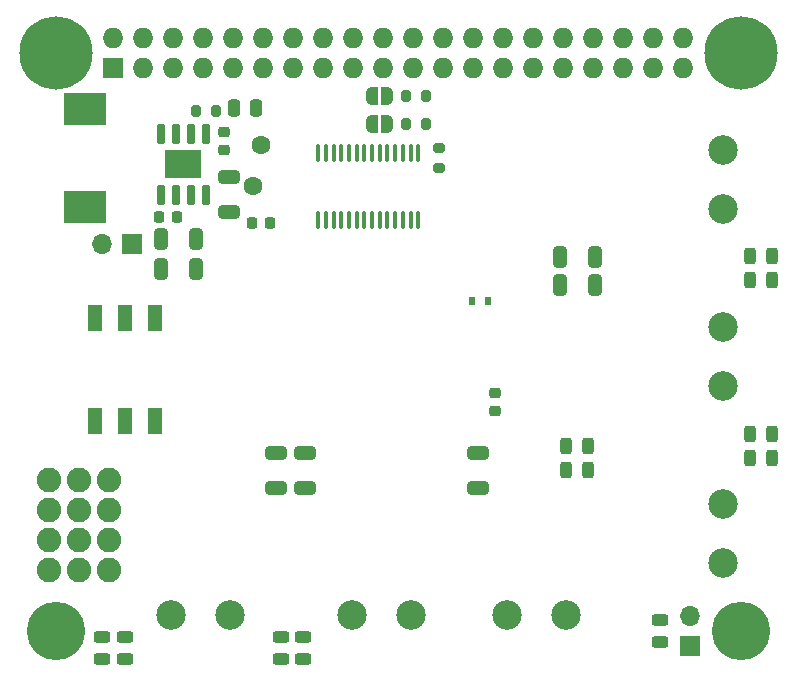
<source format=gbr>
G04 #@! TF.GenerationSoftware,KiCad,Pcbnew,8.0.2+dfsg-1*
G04 #@! TF.CreationDate,2024-06-08T19:17:01+01:00*
G04 #@! TF.ProjectId,owl-driver-board,6f776c2d-6472-4697-9665-722d626f6172,rev?*
G04 #@! TF.SameCoordinates,Original*
G04 #@! TF.FileFunction,Soldermask,Top*
G04 #@! TF.FilePolarity,Negative*
%FSLAX46Y46*%
G04 Gerber Fmt 4.6, Leading zero omitted, Abs format (unit mm)*
G04 Created by KiCad (PCBNEW 8.0.2+dfsg-1) date 2024-06-08 19:17:01*
%MOMM*%
%LPD*%
G01*
G04 APERTURE LIST*
G04 Aperture macros list*
%AMRoundRect*
0 Rectangle with rounded corners*
0 $1 Rounding radius*
0 $2 $3 $4 $5 $6 $7 $8 $9 X,Y pos of 4 corners*
0 Add a 4 corners polygon primitive as box body*
4,1,4,$2,$3,$4,$5,$6,$7,$8,$9,$2,$3,0*
0 Add four circle primitives for the rounded corners*
1,1,$1+$1,$2,$3*
1,1,$1+$1,$4,$5*
1,1,$1+$1,$6,$7*
1,1,$1+$1,$8,$9*
0 Add four rect primitives between the rounded corners*
20,1,$1+$1,$2,$3,$4,$5,0*
20,1,$1+$1,$4,$5,$6,$7,0*
20,1,$1+$1,$6,$7,$8,$9,0*
20,1,$1+$1,$8,$9,$2,$3,0*%
%AMFreePoly0*
4,1,19,0.500000,-0.750000,0.000000,-0.750000,0.000000,-0.744911,-0.071157,-0.744911,-0.207708,-0.704816,-0.327430,-0.627875,-0.420627,-0.520320,-0.479746,-0.390866,-0.500000,-0.250000,-0.500000,0.250000,-0.479746,0.390866,-0.420627,0.520320,-0.327430,0.627875,-0.207708,0.704816,-0.071157,0.744911,0.000000,0.744911,0.000000,0.750000,0.500000,0.750000,0.500000,-0.750000,0.500000,-0.750000,
$1*%
%AMFreePoly1*
4,1,19,0.000000,0.744911,0.071157,0.744911,0.207708,0.704816,0.327430,0.627875,0.420627,0.520320,0.479746,0.390866,0.500000,0.250000,0.500000,-0.250000,0.479746,-0.390866,0.420627,-0.520320,0.327430,-0.627875,0.207708,-0.704816,0.071157,-0.744911,0.000000,-0.744911,0.000000,-0.750000,-0.500000,-0.750000,-0.500000,0.750000,0.000000,0.750000,0.000000,0.744911,0.000000,0.744911,
$1*%
G04 Aperture macros list end*
%ADD10C,6.200000*%
%ADD11C,4.950000*%
%ADD12R,1.727200X1.727200*%
%ADD13O,1.727200X1.727200*%
%ADD14C,2.082800*%
%ADD15RoundRect,0.243750X0.456250X-0.243750X0.456250X0.243750X-0.456250X0.243750X-0.456250X-0.243750X0*%
%ADD16RoundRect,0.250000X-0.650000X0.325000X-0.650000X-0.325000X0.650000X-0.325000X0.650000X0.325000X0*%
%ADD17RoundRect,0.243750X0.243750X0.456250X-0.243750X0.456250X-0.243750X-0.456250X0.243750X-0.456250X0*%
%ADD18RoundRect,0.250000X0.650000X-0.325000X0.650000X0.325000X-0.650000X0.325000X-0.650000X-0.325000X0*%
%ADD19C,2.500000*%
%ADD20R,3.600000X2.700000*%
%ADD21FreePoly0,0.000000*%
%ADD22FreePoly1,0.000000*%
%ADD23RoundRect,0.225000X-0.250000X0.225000X-0.250000X-0.225000X0.250000X-0.225000X0.250000X0.225000X0*%
%ADD24RoundRect,0.250000X-0.325000X-0.650000X0.325000X-0.650000X0.325000X0.650000X-0.325000X0.650000X0*%
%ADD25R,1.700000X1.700000*%
%ADD26O,1.700000X1.700000*%
%ADD27RoundRect,0.250000X-0.250000X-0.475000X0.250000X-0.475000X0.250000X0.475000X-0.250000X0.475000X0*%
%ADD28RoundRect,0.225000X0.225000X0.250000X-0.225000X0.250000X-0.225000X-0.250000X0.225000X-0.250000X0*%
%ADD29RoundRect,0.200000X-0.200000X-0.275000X0.200000X-0.275000X0.200000X0.275000X-0.200000X0.275000X0*%
%ADD30R,3.100000X2.400000*%
%ADD31RoundRect,0.150000X0.150000X-0.737500X0.150000X0.737500X-0.150000X0.737500X-0.150000X-0.737500X0*%
%ADD32R,1.200000X2.250000*%
%ADD33RoundRect,0.250000X0.325000X0.650000X-0.325000X0.650000X-0.325000X-0.650000X0.325000X-0.650000X0*%
%ADD34RoundRect,0.100000X0.100000X-0.637500X0.100000X0.637500X-0.100000X0.637500X-0.100000X-0.637500X0*%
%ADD35RoundRect,0.200000X0.275000X-0.200000X0.275000X0.200000X-0.275000X0.200000X-0.275000X-0.200000X0*%
%ADD36RoundRect,0.225000X0.250000X-0.225000X0.250000X0.225000X-0.250000X0.225000X-0.250000X-0.225000X0*%
%ADD37R,0.600000X0.700000*%
%ADD38C,1.600000*%
G04 APERTURE END LIST*
D10*
X61500000Y-4000000D03*
X3500000Y-4000000D03*
D11*
X3500000Y-53000000D03*
X61500000Y-53000000D03*
D12*
X8370000Y-5270000D03*
D13*
X8370000Y-2730000D03*
X10910000Y-5270000D03*
X10910000Y-2730000D03*
X13450000Y-5270000D03*
X13450000Y-2730000D03*
X15990000Y-5270000D03*
X15990000Y-2730000D03*
X18530000Y-5270000D03*
X18530000Y-2730000D03*
X21070000Y-5270000D03*
X21070000Y-2730000D03*
X23610000Y-5270000D03*
X23610000Y-2730000D03*
X26150000Y-5270000D03*
X26150000Y-2730000D03*
X28690000Y-5270000D03*
X28690000Y-2730000D03*
X31230000Y-5270000D03*
X31230000Y-2730000D03*
X33770000Y-5270000D03*
X33770000Y-2730000D03*
X36310000Y-5270000D03*
X36310000Y-2730000D03*
X38850000Y-5270000D03*
X38850000Y-2730000D03*
X41390000Y-5270000D03*
X41390000Y-2730000D03*
X43930000Y-5270000D03*
X43930000Y-2730000D03*
X46470000Y-5270000D03*
X46470000Y-2730000D03*
X49010000Y-5270000D03*
X49010000Y-2730000D03*
X51550000Y-5270000D03*
X51550000Y-2730000D03*
X54090000Y-5270000D03*
X54090000Y-2730000D03*
X56630000Y-5270000D03*
X56630000Y-2730000D03*
D14*
X2920000Y-40170000D03*
X2920000Y-42710000D03*
X2920000Y-45250000D03*
X2920000Y-47790000D03*
D15*
X9350000Y-55337500D03*
X9350000Y-53462500D03*
D16*
X24600000Y-37925000D03*
X24600000Y-40875000D03*
D17*
X48572500Y-39300000D03*
X46697500Y-39300000D03*
D18*
X18200000Y-17475000D03*
X18200000Y-14525000D03*
D19*
X60050000Y-32200000D03*
X60050000Y-27200000D03*
X60012500Y-47200000D03*
X60012500Y-42200000D03*
D20*
X6000000Y-8750000D03*
X6000000Y-17050000D03*
D19*
X41700000Y-51650000D03*
X46700000Y-51650000D03*
X13300000Y-51650000D03*
X18300000Y-51650000D03*
D21*
X30250000Y-7700000D03*
D22*
X31550000Y-7700000D03*
D17*
X48572500Y-37300000D03*
X46697500Y-37300000D03*
D23*
X17800000Y-10675000D03*
X17800000Y-12225000D03*
D24*
X46225000Y-21300000D03*
X49175000Y-21300000D03*
D17*
X64137500Y-36300000D03*
X62262500Y-36300000D03*
D25*
X10000000Y-20200000D03*
D26*
X7460000Y-20200000D03*
D19*
X60050000Y-17250000D03*
X60050000Y-12250000D03*
D15*
X7450000Y-55337500D03*
X7450000Y-53462500D03*
X24450000Y-55337500D03*
X24450000Y-53462500D03*
D25*
X57250000Y-54275000D03*
D26*
X57250000Y-51735000D03*
D15*
X22550000Y-55337500D03*
X22550000Y-53462500D03*
D27*
X18600000Y-8700000D03*
X20500000Y-8700000D03*
D28*
X21675000Y-18450000D03*
X20125000Y-18450000D03*
D17*
X64137500Y-23250000D03*
X62262500Y-23250000D03*
D29*
X15425000Y-8900000D03*
X17075000Y-8900000D03*
D24*
X12425000Y-22300000D03*
X15375000Y-22300000D03*
D29*
X33175000Y-7700000D03*
X34825000Y-7700000D03*
D30*
X14300000Y-13450000D03*
D31*
X12395000Y-16012500D03*
X13665000Y-16012500D03*
X14935000Y-16012500D03*
X16205000Y-16012500D03*
X16205000Y-10887500D03*
X14935000Y-10887500D03*
X13665000Y-10887500D03*
X12395000Y-10887500D03*
D21*
X30250000Y-10000000D03*
D22*
X31550000Y-10000000D03*
D24*
X46225000Y-23700000D03*
X49175000Y-23700000D03*
D17*
X64137500Y-21250000D03*
X62262500Y-21250000D03*
D15*
X54700000Y-53937500D03*
X54700000Y-52062500D03*
D32*
X9400000Y-26425000D03*
X6860000Y-26425000D03*
X6860000Y-35175000D03*
X9400000Y-35175000D03*
X11940000Y-26425000D03*
X11940000Y-35175000D03*
D28*
X13775000Y-17900000D03*
X12225000Y-17900000D03*
D16*
X39300000Y-37925000D03*
X39300000Y-40875000D03*
D29*
X33175000Y-10000000D03*
X34825000Y-10000000D03*
D16*
X22200000Y-37925000D03*
X22200000Y-40875000D03*
D33*
X15375000Y-19800000D03*
X12425000Y-19800000D03*
D34*
X25750000Y-18187500D03*
X26400000Y-18187500D03*
X27050000Y-18187500D03*
X27700000Y-18187500D03*
X28350000Y-18187500D03*
X29000000Y-18187500D03*
X29650000Y-18187500D03*
X30300000Y-18187500D03*
X30950000Y-18187500D03*
X31600000Y-18187500D03*
X32250000Y-18187500D03*
X32900000Y-18187500D03*
X33550000Y-18187500D03*
X34200000Y-18187500D03*
X34200000Y-12462500D03*
X33550000Y-12462500D03*
X32900000Y-12462500D03*
X32250000Y-12462500D03*
X31600000Y-12462500D03*
X30950000Y-12462500D03*
X30300000Y-12462500D03*
X29650000Y-12462500D03*
X29000000Y-12462500D03*
X28350000Y-12462500D03*
X27700000Y-12462500D03*
X27050000Y-12462500D03*
X26400000Y-12462500D03*
X25750000Y-12462500D03*
D19*
X28625000Y-51650000D03*
X33625000Y-51650000D03*
D35*
X36000000Y-13725000D03*
X36000000Y-12075000D03*
D17*
X64137500Y-38300000D03*
X62262500Y-38300000D03*
D36*
X40700000Y-34325000D03*
X40700000Y-32775000D03*
D37*
X40150000Y-25050000D03*
X38750000Y-25050000D03*
D14*
X8020000Y-47790000D03*
X5480000Y-47790000D03*
X8020000Y-45250000D03*
X5480000Y-45250000D03*
X8020000Y-42710000D03*
X5480000Y-42710000D03*
X8020000Y-40170000D03*
X5480000Y-40170000D03*
D38*
X20250000Y-15300000D03*
X20857769Y-11853173D03*
M02*

</source>
